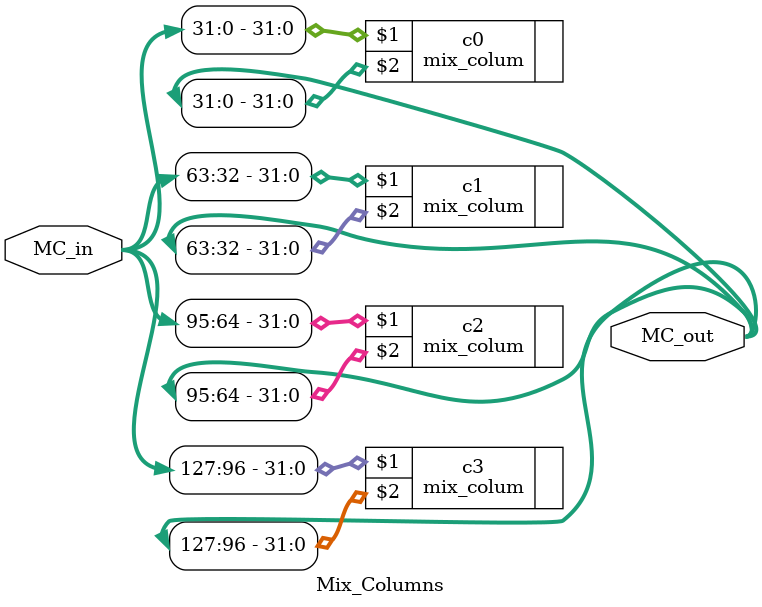
<source format=v>
`timescale 1ns / 1ps


module Mix_Columns(
                    input [127:0] MC_in,
                    output [127:0] MC_out
    );
  
mix_colum c0 (MC_in[31:0],MC_out[31:0]);
mix_colum c1 (MC_in[63:32],MC_out[63:32]);
mix_colum c2 (MC_in[95:64],MC_out[95:64]);
mix_colum c3 (MC_in[127:96],MC_out[127:96]);
    
    
endmodule

</source>
